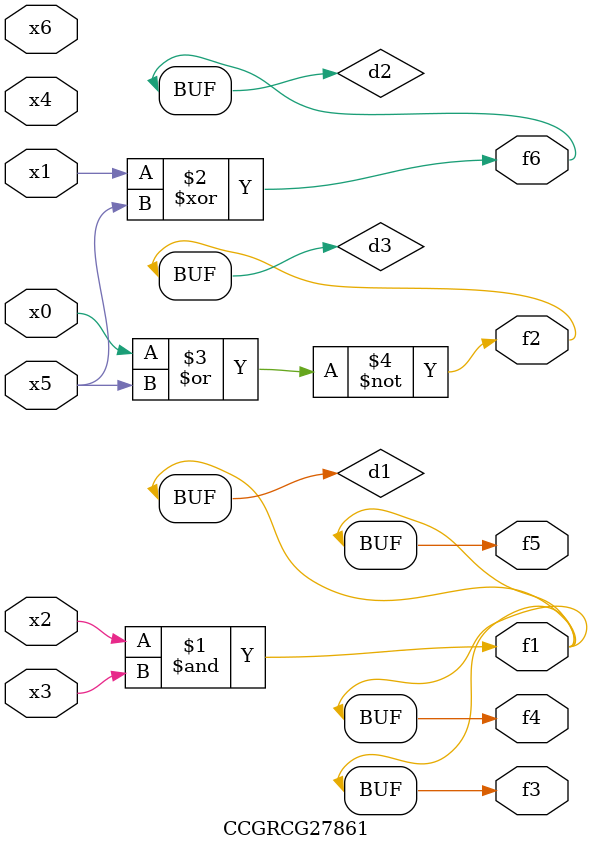
<source format=v>
module CCGRCG27861(
	input x0, x1, x2, x3, x4, x5, x6,
	output f1, f2, f3, f4, f5, f6
);

	wire d1, d2, d3;

	and (d1, x2, x3);
	xor (d2, x1, x5);
	nor (d3, x0, x5);
	assign f1 = d1;
	assign f2 = d3;
	assign f3 = d1;
	assign f4 = d1;
	assign f5 = d1;
	assign f6 = d2;
endmodule

</source>
